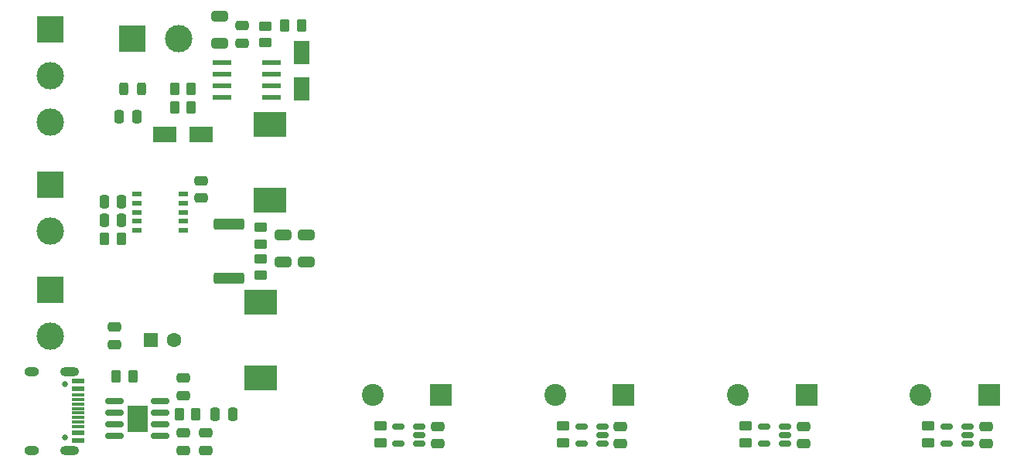
<source format=gbr>
%TF.GenerationSoftware,KiCad,Pcbnew,(6.0.7)*%
%TF.CreationDate,2022-08-08T03:52:41+08:00*%
%TF.ProjectId,Solar Charger,536f6c61-7220-4436-9861-726765722e6b,rev?*%
%TF.SameCoordinates,Original*%
%TF.FileFunction,Soldermask,Top*%
%TF.FilePolarity,Negative*%
%FSLAX46Y46*%
G04 Gerber Fmt 4.6, Leading zero omitted, Abs format (unit mm)*
G04 Created by KiCad (PCBNEW (6.0.7)) date 2022-08-08 03:52:41*
%MOMM*%
%LPD*%
G01*
G04 APERTURE LIST*
G04 Aperture macros list*
%AMRoundRect*
0 Rectangle with rounded corners*
0 $1 Rounding radius*
0 $2 $3 $4 $5 $6 $7 $8 $9 X,Y pos of 4 corners*
0 Add a 4 corners polygon primitive as box body*
4,1,4,$2,$3,$4,$5,$6,$7,$8,$9,$2,$3,0*
0 Add four circle primitives for the rounded corners*
1,1,$1+$1,$2,$3*
1,1,$1+$1,$4,$5*
1,1,$1+$1,$6,$7*
1,1,$1+$1,$8,$9*
0 Add four rect primitives between the rounded corners*
20,1,$1+$1,$2,$3,$4,$5,0*
20,1,$1+$1,$4,$5,$6,$7,0*
20,1,$1+$1,$6,$7,$8,$9,0*
20,1,$1+$1,$8,$9,$2,$3,0*%
G04 Aperture macros list end*
%ADD10RoundRect,0.250000X-0.262500X-0.450000X0.262500X-0.450000X0.262500X0.450000X-0.262500X0.450000X0*%
%ADD11RoundRect,0.250000X-0.475000X0.250000X-0.475000X-0.250000X0.475000X-0.250000X0.475000X0.250000X0*%
%ADD12RoundRect,0.150000X0.825000X0.150000X-0.825000X0.150000X-0.825000X-0.150000X0.825000X-0.150000X0*%
%ADD13R,2.290000X3.000000*%
%ADD14RoundRect,0.250000X-0.450000X0.262500X-0.450000X-0.262500X0.450000X-0.262500X0.450000X0.262500X0*%
%ADD15R,2.400000X2.400000*%
%ADD16C,2.400000*%
%ADD17R,3.000000X3.000000*%
%ADD18C,3.000000*%
%ADD19RoundRect,0.250000X1.425000X-0.362500X1.425000X0.362500X-1.425000X0.362500X-1.425000X-0.362500X0*%
%ADD20RoundRect,0.150000X0.512500X0.150000X-0.512500X0.150000X-0.512500X-0.150000X0.512500X-0.150000X0*%
%ADD21RoundRect,0.250000X-0.250000X-0.475000X0.250000X-0.475000X0.250000X0.475000X-0.250000X0.475000X0*%
%ADD22RoundRect,0.250000X0.450000X-0.262500X0.450000X0.262500X-0.450000X0.262500X-0.450000X-0.262500X0*%
%ADD23R,2.500000X1.800000*%
%ADD24R,3.600000X2.700000*%
%ADD25RoundRect,0.250000X0.650000X-0.325000X0.650000X0.325000X-0.650000X0.325000X-0.650000X-0.325000X0*%
%ADD26RoundRect,0.250000X0.250000X0.475000X-0.250000X0.475000X-0.250000X-0.475000X0.250000X-0.475000X0*%
%ADD27RoundRect,0.250000X0.475000X-0.250000X0.475000X0.250000X-0.475000X0.250000X-0.475000X-0.250000X0*%
%ADD28R,2.000000X0.600000*%
%ADD29R,1.600000X1.600000*%
%ADD30C,1.600000*%
%ADD31C,0.650000*%
%ADD32R,1.450000X0.600000*%
%ADD33R,1.450000X0.300000*%
%ADD34O,2.100000X1.000000*%
%ADD35O,1.600000X1.000000*%
%ADD36R,1.800000X2.500000*%
%ADD37RoundRect,0.243750X-0.243750X-0.456250X0.243750X-0.456250X0.243750X0.456250X-0.243750X0.456250X0*%
%ADD38RoundRect,0.250000X0.262500X0.450000X-0.262500X0.450000X-0.262500X-0.450000X0.262500X-0.450000X0*%
%ADD39R,1.100000X0.510000*%
G04 APERTURE END LIST*
D10*
%TO.C,R13*%
X92112500Y-101635000D03*
X93937500Y-101635000D03*
%TD*%
D11*
%TO.C,C14*%
X160412500Y-102950000D03*
X160412500Y-104850000D03*
%TD*%
%TO.C,C15*%
X140412500Y-102950000D03*
X140412500Y-104850000D03*
%TD*%
D12*
%TO.C,U6*%
X90000000Y-104040000D03*
X90000000Y-102770000D03*
X90000000Y-101500000D03*
X90000000Y-100230000D03*
X85050000Y-100230000D03*
X85050000Y-101500000D03*
X85050000Y-102770000D03*
X85050000Y-104040000D03*
D13*
X87525000Y-102135000D03*
%TD*%
D14*
%TO.C,R2*%
X101000000Y-81175000D03*
X101000000Y-83000000D03*
%TD*%
D15*
%TO.C,C10*%
X160750000Y-99500000D03*
D16*
X153250000Y-99500000D03*
%TD*%
D17*
%TO.C,J2*%
X78000000Y-76500000D03*
D18*
X78000000Y-81580000D03*
%TD*%
D15*
%TO.C,C11*%
X140750000Y-99500000D03*
D16*
X133250000Y-99500000D03*
%TD*%
D19*
%TO.C,R3*%
X97500000Y-86712500D03*
X97500000Y-80787500D03*
%TD*%
D20*
%TO.C,U2*%
X178400000Y-104850000D03*
X178400000Y-103900000D03*
X178400000Y-102950000D03*
X176125000Y-102950000D03*
X176125000Y-104850000D03*
%TD*%
%TO.C,U3*%
X158400000Y-104850000D03*
X158400000Y-103900000D03*
X158400000Y-102950000D03*
X156125000Y-102950000D03*
X156125000Y-104850000D03*
%TD*%
D21*
%TO.C,C19*%
X96025000Y-101635000D03*
X97925000Y-101635000D03*
%TD*%
D10*
%TO.C,R6*%
X83937500Y-82400000D03*
X85762500Y-82400000D03*
%TD*%
D22*
%TO.C,R10*%
X154112500Y-104762500D03*
X154112500Y-102937500D03*
%TD*%
D23*
%TO.C,D2*%
X94500000Y-71000000D03*
X90500000Y-71000000D03*
%TD*%
D24*
%TO.C,L1*%
X102000000Y-78150000D03*
X102000000Y-69850000D03*
%TD*%
D22*
%TO.C,R12*%
X114112500Y-104762500D03*
X114112500Y-102937500D03*
%TD*%
D25*
%TO.C,C8*%
X96500000Y-60975000D03*
X96500000Y-58025000D03*
%TD*%
D17*
%TO.C,S1*%
X86960000Y-60500000D03*
D18*
X92040000Y-60500000D03*
%TD*%
D15*
%TO.C,C9*%
X180750000Y-99500000D03*
D16*
X173250000Y-99500000D03*
%TD*%
D26*
%TO.C,C5*%
X85812500Y-80400000D03*
X83912500Y-80400000D03*
%TD*%
D27*
%TO.C,C7*%
X99000000Y-60950000D03*
X99000000Y-59050000D03*
%TD*%
D24*
%TO.C,L2*%
X101000000Y-97650000D03*
X101000000Y-89350000D03*
%TD*%
D11*
%TO.C,C18*%
X92525000Y-103685000D03*
X92525000Y-105585000D03*
%TD*%
D25*
%TO.C,C1*%
X103500000Y-84975000D03*
X103500000Y-82025000D03*
%TD*%
D20*
%TO.C,U4*%
X138400000Y-104850000D03*
X138400000Y-103900000D03*
X138400000Y-102950000D03*
X136125000Y-102950000D03*
X136125000Y-104850000D03*
%TD*%
D28*
%TO.C,AP1*%
X96775000Y-63095000D03*
X96775000Y-64365000D03*
X96775000Y-65635000D03*
X96775000Y-66905000D03*
X102225000Y-66905000D03*
X102225000Y-65635000D03*
X102225000Y-64365000D03*
X102225000Y-63095000D03*
%TD*%
D29*
%TO.C,C21*%
X89000000Y-93500000D03*
D30*
X91500000Y-93500000D03*
%TD*%
D27*
%TO.C,C20*%
X92525000Y-99585000D03*
X92525000Y-97685000D03*
%TD*%
D11*
%TO.C,C16*%
X120412500Y-102950000D03*
X120412500Y-104850000D03*
%TD*%
D10*
%TO.C,R4*%
X91587500Y-66000000D03*
X93412500Y-66000000D03*
%TD*%
D25*
%TO.C,C2*%
X106000000Y-84975000D03*
X106000000Y-82025000D03*
%TD*%
D31*
%TO.C,P1*%
X79600000Y-104140000D03*
X79600000Y-98360000D03*
D32*
X81045000Y-98000000D03*
X81045000Y-98800000D03*
D33*
X81045000Y-100000000D03*
X81045000Y-101000000D03*
X81045000Y-101500000D03*
X81045000Y-102500000D03*
D32*
X81045000Y-103700000D03*
X81045000Y-104500000D03*
X81045000Y-104500000D03*
X81045000Y-103700000D03*
D33*
X81045000Y-103000000D03*
X81045000Y-102000000D03*
X81045000Y-100500000D03*
X81045000Y-99500000D03*
D32*
X81045000Y-98800000D03*
X81045000Y-98000000D03*
D34*
X80130000Y-96930000D03*
D35*
X75950000Y-96930000D03*
D34*
X80130000Y-105570000D03*
D35*
X75950000Y-105570000D03*
%TD*%
D17*
%TO.C,J3*%
X78000000Y-88000000D03*
D18*
X78000000Y-93080000D03*
%TD*%
D21*
%TO.C,C4*%
X83900000Y-78350000D03*
X85800000Y-78350000D03*
%TD*%
D10*
%TO.C,R5*%
X91587500Y-68000000D03*
X93412500Y-68000000D03*
%TD*%
D20*
%TO.C,U5*%
X118400000Y-104850000D03*
X118400000Y-103900000D03*
X118400000Y-102950000D03*
X116125000Y-102950000D03*
X116125000Y-104850000D03*
%TD*%
D22*
%TO.C,R11*%
X134112500Y-104762500D03*
X134112500Y-102937500D03*
%TD*%
D36*
%TO.C,D3*%
X105500000Y-66000000D03*
X105500000Y-62000000D03*
%TD*%
D14*
%TO.C,R7*%
X101500000Y-59087500D03*
X101500000Y-60912500D03*
%TD*%
D27*
%TO.C,C6*%
X94500000Y-77950000D03*
X94500000Y-76050000D03*
%TD*%
D37*
%TO.C,D1*%
X86062500Y-66000000D03*
X87937500Y-66000000D03*
%TD*%
D17*
%TO.C,J1*%
X78000000Y-59500000D03*
D18*
X78000000Y-64580000D03*
X78000000Y-69660000D03*
%TD*%
D38*
%TO.C,R14*%
X87000000Y-97500000D03*
X85175000Y-97500000D03*
%TD*%
D11*
%TO.C,C22*%
X85000000Y-92100000D03*
X85000000Y-94000000D03*
%TD*%
D26*
%TO.C,C3*%
X87450000Y-69000000D03*
X85550000Y-69000000D03*
%TD*%
D15*
%TO.C,C12*%
X120750000Y-99500000D03*
D16*
X113250000Y-99500000D03*
%TD*%
D22*
%TO.C,R9*%
X174112500Y-104762500D03*
X174112500Y-102937500D03*
%TD*%
D11*
%TO.C,C17*%
X95025000Y-103685000D03*
X95025000Y-105585000D03*
%TD*%
D14*
%TO.C,R1*%
X101000000Y-84587500D03*
X101000000Y-86412500D03*
%TD*%
D39*
%TO.C,U1*%
X87450000Y-77500000D03*
X87450000Y-78500000D03*
X87450000Y-79500000D03*
X87450000Y-80500000D03*
X87450000Y-81500000D03*
X92550000Y-81500000D03*
X92550000Y-80500000D03*
X92550000Y-79500000D03*
X92550000Y-78500000D03*
X92550000Y-77500000D03*
%TD*%
D38*
%TO.C,R8*%
X105500000Y-59000000D03*
X103675000Y-59000000D03*
%TD*%
D11*
%TO.C,C13*%
X180412500Y-102950000D03*
X180412500Y-104850000D03*
%TD*%
M02*

</source>
